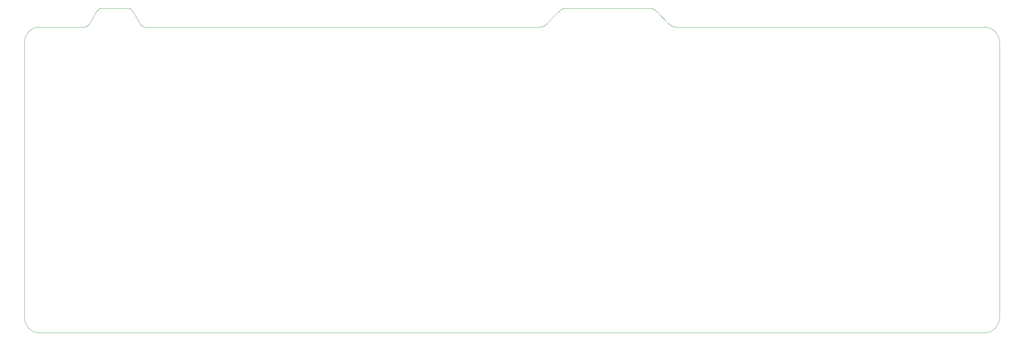
<source format=gm1>
G04 #@! TF.GenerationSoftware,KiCad,Pcbnew,(5.1.2)-1*
G04 #@! TF.CreationDate,2021-05-25T07:10:53-07:00*
G04 #@! TF.ProjectId,theboulevard,74686562-6f75-46c6-9576-6172642e6b69,rev?*
G04 #@! TF.SameCoordinates,Original*
G04 #@! TF.FileFunction,Profile,NP*
%FSLAX46Y46*%
G04 Gerber Fmt 4.6, Leading zero omitted, Abs format (unit mm)*
G04 Created by KiCad (PCBNEW (5.1.2)-1) date 2021-05-25 07:10:53*
%MOMM*%
%LPD*%
G04 APERTURE LIST*
%ADD10C,0.050000*%
G04 APERTURE END LIST*
D10*
X45000000Y-16000000D02*
X44950901Y-15998314D01*
X44950901Y-15998314D02*
X44903257Y-15995897D01*
X44903257Y-15995897D02*
X44856045Y-15992697D01*
X44856045Y-15992697D02*
X44809609Y-15988723D01*
X44809609Y-15988723D02*
X44764261Y-15984005D01*
X44764261Y-15984005D02*
X44719070Y-15978433D01*
X44719070Y-15978433D02*
X44671424Y-15971569D01*
X44671424Y-15971569D02*
X44628480Y-15964448D01*
X44628480Y-15964448D02*
X44585458Y-15956383D01*
X44585458Y-15956383D02*
X44543243Y-15947506D01*
X44543243Y-15947506D02*
X44502632Y-15938011D01*
X44502632Y-15938011D02*
X44461998Y-15927518D01*
X44461998Y-15927518D02*
X44421400Y-15915984D01*
X44421400Y-15915984D02*
X44383112Y-15904086D01*
X44383112Y-15904086D02*
X44344847Y-15891146D01*
X44344847Y-15891146D02*
X44307827Y-15877570D01*
X44307827Y-15877570D02*
X44271095Y-15863011D01*
X44271095Y-15863011D02*
X44235120Y-15847638D01*
X44235120Y-15847638D02*
X44200113Y-15831560D01*
X44200113Y-15831560D02*
X44166255Y-15814898D01*
X44166255Y-15814898D02*
X44133089Y-15797457D01*
X44133089Y-15797457D02*
X44100801Y-15779354D01*
X44100801Y-15779354D02*
X44068983Y-15760371D01*
X44068983Y-15760371D02*
X44033113Y-15737530D01*
X44033113Y-15737530D02*
X44003084Y-15717176D01*
X44003084Y-15717176D02*
X43971344Y-15694371D01*
X43971344Y-15694371D02*
X43941870Y-15671948D01*
X43941870Y-15671948D02*
X43913170Y-15648908D01*
X43913170Y-15648908D02*
X43885706Y-15625696D01*
X43885706Y-15625696D02*
X43857963Y-15601046D01*
X43857963Y-15601046D02*
X43826712Y-15571775D01*
X43826712Y-15571775D02*
X43800893Y-15546348D01*
X43800893Y-15546348D02*
X43775382Y-15520084D01*
X43775382Y-15520084D02*
X43750743Y-15493619D01*
X43750743Y-15493619D02*
X43726928Y-15466990D01*
X43726928Y-15466990D02*
X43701941Y-15437927D01*
X43701941Y-15437927D02*
X43677753Y-15408692D01*
X43677753Y-15408692D02*
X43652847Y-15377452D01*
X43652847Y-15377452D02*
X43631045Y-15349166D01*
X43631045Y-15349166D02*
X43608954Y-15319626D01*
X43608954Y-15319626D02*
X43587462Y-15290055D01*
X43587462Y-15290055D02*
X43565270Y-15258693D01*
X43565270Y-15258693D02*
X43544364Y-15228408D01*
X43544364Y-15228408D02*
X43524061Y-15198353D01*
X43524061Y-15198353D02*
X43503713Y-15167635D01*
X43503713Y-15167635D02*
X43482931Y-15135702D01*
X43482931Y-15135702D02*
X43463254Y-15104996D01*
X43463254Y-15104996D02*
X43442246Y-15071778D01*
X43442246Y-15071778D02*
X43421319Y-15038309D01*
X43421319Y-15038309D02*
X43400435Y-15004610D01*
X43400435Y-15004610D02*
X43397590Y-15000000D01*
X28495000Y-16000000D02*
X28546484Y-15998211D01*
X28546484Y-15998211D02*
X28594745Y-15995719D01*
X28594745Y-15995719D02*
X28644826Y-15992242D01*
X28644826Y-15992242D02*
X28690814Y-15988203D01*
X28690814Y-15988203D02*
X28736979Y-15983292D01*
X28736979Y-15983292D02*
X28782941Y-15977496D01*
X28782941Y-15977496D02*
X28826592Y-15971108D01*
X28826592Y-15971108D02*
X28869768Y-15963887D01*
X28869768Y-15963887D02*
X28911887Y-15955935D01*
X28911887Y-15955935D02*
X28953796Y-15947077D01*
X28953796Y-15947077D02*
X28996788Y-15936955D01*
X28996788Y-15936955D02*
X29036560Y-15926597D01*
X29036560Y-15926597D02*
X29075833Y-15915380D01*
X29075833Y-15915380D02*
X29115828Y-15902881D01*
X29115828Y-15902881D02*
X29153307Y-15890125D01*
X29153307Y-15890125D02*
X29190755Y-15876316D01*
X29190755Y-15876316D02*
X29227892Y-15861504D01*
X29227892Y-15861504D02*
X29263583Y-15846160D01*
X29263583Y-15846160D02*
X29298542Y-15830016D01*
X29298542Y-15830016D02*
X29332567Y-15813184D01*
X29332567Y-15813184D02*
X29365888Y-15795563D01*
X29365888Y-15795563D02*
X29397926Y-15777508D01*
X29397926Y-15777508D02*
X29429704Y-15758459D01*
X29429704Y-15758459D02*
X29461395Y-15738273D01*
X29461395Y-15738273D02*
X29492600Y-15717176D01*
X29492600Y-15717176D02*
X29522074Y-15696079D01*
X29522074Y-15696079D02*
X29551130Y-15674111D01*
X29551130Y-15674111D02*
X29579609Y-15651405D01*
X29579609Y-15651405D02*
X29607028Y-15628397D01*
X29607028Y-15628397D02*
X29637950Y-15601046D01*
X29637950Y-15601046D02*
X29669565Y-15571476D01*
X29669565Y-15571476D02*
X29695423Y-15546043D01*
X29695423Y-15546043D02*
X29721862Y-15518835D01*
X29721862Y-15518835D02*
X29746514Y-15492346D01*
X29746514Y-15492346D02*
X29770629Y-15465372D01*
X29770629Y-15465372D02*
X29794239Y-15437927D01*
X29794239Y-15437927D02*
X29819146Y-15407854D01*
X29819146Y-15407854D02*
X29843412Y-15377452D01*
X29843412Y-15377452D02*
X29865376Y-15348992D01*
X29865376Y-15348992D02*
X29887370Y-15319626D01*
X29887370Y-15319626D02*
X29908639Y-15290409D01*
X29908639Y-15290409D02*
X29931112Y-15258693D01*
X29931112Y-15258693D02*
X29953035Y-15226958D01*
X29953035Y-15226958D02*
X29974697Y-15194873D01*
X29974697Y-15194873D02*
X29994678Y-15164677D01*
X29994678Y-15164677D02*
X30014498Y-15134210D01*
X30014498Y-15134210D02*
X30035142Y-15101987D01*
X30035142Y-15101987D02*
X30056149Y-15068745D01*
X30056149Y-15068745D02*
X30077078Y-15035255D01*
X30077078Y-15035255D02*
X30097966Y-15001537D01*
X30097966Y-15001537D02*
X30098916Y-15000000D01*
X182778964Y-15000000D02*
X182808727Y-15031407D01*
X182808727Y-15031407D02*
X182837425Y-15061675D01*
X182837425Y-15061675D02*
X182863715Y-15089244D01*
X182863715Y-15089244D02*
X182889703Y-15116247D01*
X182889703Y-15116247D02*
X182916556Y-15143807D01*
X182916556Y-15143807D02*
X182943674Y-15171218D01*
X182943674Y-15171218D02*
X182970374Y-15197744D01*
X182970374Y-15197744D02*
X182997247Y-15223940D01*
X182997247Y-15223940D02*
X183022859Y-15248409D01*
X183022859Y-15248409D02*
X183051391Y-15275081D01*
X183051391Y-15275081D02*
X183077847Y-15299238D01*
X183077847Y-15299238D02*
X183105060Y-15323509D01*
X183105060Y-15323509D02*
X183134632Y-15349208D01*
X183134632Y-15349208D02*
X183161852Y-15372246D01*
X183161852Y-15372246D02*
X183189810Y-15395295D01*
X183189810Y-15395295D02*
X183221956Y-15421032D01*
X183221956Y-15421032D02*
X183251541Y-15444010D01*
X183251541Y-15444010D02*
X183280115Y-15465564D01*
X183280115Y-15465564D02*
X183309415Y-15487028D01*
X183309415Y-15487028D02*
X183339451Y-15508374D01*
X183339451Y-15508374D02*
X183370245Y-15529584D01*
X183370245Y-15529584D02*
X183401309Y-15550304D01*
X183401309Y-15550304D02*
X183432118Y-15570194D01*
X183432118Y-15570194D02*
X183463132Y-15589574D01*
X183463132Y-15589574D02*
X183494329Y-15608434D01*
X183494329Y-15608434D02*
X183526783Y-15627394D01*
X183526783Y-15627394D02*
X183559984Y-15646114D01*
X183559984Y-15646114D02*
X183595087Y-15665186D01*
X183595087Y-15665186D02*
X183629256Y-15683055D01*
X183629256Y-15683055D02*
X183662990Y-15700047D01*
X183662990Y-15700047D02*
X183701421Y-15718635D01*
X183701421Y-15718635D02*
X183735756Y-15734578D01*
X183735756Y-15734578D02*
X183771111Y-15750352D01*
X183771111Y-15750352D02*
X183809805Y-15766892D01*
X183809805Y-15766892D02*
X183846686Y-15781976D01*
X183846686Y-15781976D02*
X183883643Y-15796444D01*
X183883643Y-15796444D02*
X183922716Y-15811055D01*
X183922716Y-15811055D02*
X183959767Y-15824280D01*
X183959767Y-15824280D02*
X183998240Y-15837381D01*
X183998240Y-15837381D02*
X184036717Y-15849862D01*
X184036717Y-15849862D02*
X184077411Y-15862403D01*
X184077411Y-15862403D02*
X184117746Y-15874184D01*
X184117746Y-15874184D02*
X184157288Y-15885126D01*
X184157288Y-15885126D02*
X184201480Y-15896663D01*
X184201480Y-15896663D02*
X184246533Y-15907697D01*
X184246533Y-15907697D02*
X184288772Y-15917394D01*
X184288772Y-15917394D02*
X184330920Y-15926460D01*
X184330920Y-15926460D02*
X184373797Y-15935081D01*
X184373797Y-15935081D02*
X184423023Y-15944248D01*
X184423023Y-15944248D02*
X184467037Y-15951806D01*
X184467037Y-15951806D02*
X184510895Y-15958752D01*
X184510895Y-15958752D02*
X184554561Y-15965104D01*
X184554561Y-15965104D02*
X184600306Y-15971172D01*
X184600306Y-15971172D02*
X184646799Y-15976742D01*
X184646799Y-15976742D02*
X184692141Y-15981609D01*
X184692141Y-15981609D02*
X184738186Y-15985995D01*
X184738186Y-15985995D02*
X184784939Y-15989891D01*
X184784939Y-15989891D02*
X184832407Y-15993288D01*
X184832407Y-15993288D02*
X184880599Y-15996175D01*
X184880599Y-15996175D02*
X184929518Y-15998543D01*
X184929518Y-15998543D02*
X184985434Y-16000572D01*
X184985434Y-16000572D02*
X185035925Y-16001803D01*
X185035925Y-16001803D02*
X185087169Y-16002482D01*
X185087169Y-16002482D02*
X185140263Y-16002600D01*
X185140263Y-16002600D02*
X185193043Y-16002136D01*
X185193043Y-16002136D02*
X185243224Y-16001175D01*
X185243224Y-16001175D02*
X185285000Y-16000000D01*
X148285000Y-16000000D02*
X148336861Y-16001408D01*
X148336861Y-16001408D02*
X148386905Y-16002265D01*
X148386905Y-16002265D02*
X148442808Y-16002625D01*
X148442808Y-16002625D02*
X148499989Y-16002318D01*
X148499989Y-16002318D02*
X148550452Y-16001465D01*
X148550452Y-16001465D02*
X148605377Y-15999900D01*
X148605377Y-15999900D02*
X148658904Y-15997717D01*
X148658904Y-15997717D02*
X148709562Y-15995036D01*
X148709562Y-15995036D02*
X148757451Y-15991935D01*
X148757451Y-15991935D02*
X148804620Y-15988328D01*
X148804620Y-15988328D02*
X148851077Y-15984226D01*
X148851077Y-15984226D02*
X148896827Y-15979639D01*
X148896827Y-15979639D02*
X148941878Y-15974576D01*
X148941878Y-15974576D02*
X148987612Y-15968864D01*
X148987612Y-15968864D02*
X149037125Y-15962017D01*
X149037125Y-15962017D02*
X149083551Y-15954951D01*
X149083551Y-15954951D02*
X149129190Y-15947373D01*
X149129190Y-15947373D02*
X149174054Y-15939301D01*
X149174054Y-15939301D02*
X149219404Y-15930489D01*
X149219404Y-15930489D02*
X149261477Y-15921714D01*
X149261477Y-15921714D02*
X149302434Y-15912601D01*
X149302434Y-15912601D02*
X149346691Y-15902097D01*
X149346691Y-15902097D02*
X149390128Y-15891110D01*
X149390128Y-15891110D02*
X149430450Y-15880289D01*
X149430450Y-15880289D02*
X149471564Y-15868621D01*
X149471564Y-15868621D02*
X149510433Y-15856983D01*
X149510433Y-15856983D02*
X149550786Y-15844258D01*
X149550786Y-15844258D02*
X149588583Y-15831726D01*
X149588583Y-15831726D02*
X149627087Y-15818335D01*
X149627087Y-15818335D02*
X149669995Y-15802644D01*
X149669995Y-15802644D02*
X149706260Y-15788727D01*
X149706260Y-15788727D02*
X149742496Y-15774209D01*
X149742496Y-15774209D02*
X149780281Y-15758393D01*
X149780281Y-15758393D02*
X149817279Y-15742222D01*
X149817279Y-15742222D02*
X149854119Y-15725422D01*
X149854119Y-15725422D02*
X149888957Y-15708873D01*
X149888957Y-15708873D02*
X149922476Y-15692330D01*
X149922476Y-15692330D02*
X149956467Y-15674912D01*
X149956467Y-15674912D02*
X149989443Y-15657378D01*
X149989443Y-15657378D02*
X150022826Y-15638970D01*
X150022826Y-15638970D02*
X150055738Y-15620155D01*
X150055738Y-15620155D02*
X150087908Y-15601107D01*
X150087908Y-15601107D02*
X150119352Y-15581845D01*
X150119352Y-15581845D02*
X150150587Y-15562063D01*
X150150587Y-15562063D02*
X150181593Y-15541774D01*
X150181593Y-15541774D02*
X150213315Y-15520324D01*
X150213315Y-15520324D02*
X150243776Y-15499052D01*
X150243776Y-15499052D02*
X150273486Y-15477651D01*
X150273486Y-15477651D02*
X150304253Y-15454797D01*
X150304253Y-15454797D02*
X150333558Y-15432359D01*
X150333558Y-15432359D02*
X150362111Y-15409862D01*
X150362111Y-15409862D02*
X150390341Y-15386990D01*
X150390341Y-15386990D02*
X150417831Y-15364114D01*
X150417831Y-15364114D02*
X150446358Y-15339732D01*
X150446358Y-15339732D02*
X150475608Y-15314057D01*
X150475608Y-15314057D02*
X150502524Y-15289827D01*
X150502524Y-15289827D02*
X150528688Y-15265723D01*
X150528688Y-15265723D02*
X150555520Y-15240451D01*
X150555520Y-15240451D02*
X150581570Y-15215395D01*
X150581570Y-15215395D02*
X150607520Y-15189944D01*
X150607520Y-15189944D02*
X150633340Y-15164164D01*
X150633340Y-15164164D02*
X150658385Y-15138757D01*
X150658385Y-15138757D02*
X150685077Y-15111295D01*
X150685077Y-15111295D02*
X150709757Y-15085608D01*
X150709757Y-15085608D02*
X150734251Y-15059902D01*
X150734251Y-15059902D02*
X150761269Y-15031407D01*
X150761269Y-15031407D02*
X150787899Y-15003302D01*
X150787899Y-15003302D02*
X150791036Y-15000000D01*
X179760855Y-12000000D02*
X179735313Y-11973313D01*
X179735313Y-11973313D02*
X179710033Y-11947282D01*
X179710033Y-11947282D02*
X179683787Y-11920645D01*
X179683787Y-11920645D02*
X179657110Y-11893963D01*
X179657110Y-11893963D02*
X179630923Y-11868148D01*
X179630923Y-11868148D02*
X179604155Y-11842130D01*
X179604155Y-11842130D02*
X179574957Y-11814173D01*
X179574957Y-11814173D02*
X179548148Y-11788879D01*
X179548148Y-11788879D02*
X179521730Y-11764301D01*
X179521730Y-11764301D02*
X179493648Y-11738545D01*
X179493648Y-11738545D02*
X179466741Y-11714217D01*
X179466741Y-11714217D02*
X179440082Y-11690448D01*
X179440082Y-11690448D02*
X179412546Y-11666245D01*
X179412546Y-11666245D02*
X179381055Y-11638989D01*
X179381055Y-11638989D02*
X179353301Y-11615344D01*
X179353301Y-11615344D02*
X179322374Y-11589402D01*
X179322374Y-11589402D02*
X179294469Y-11566368D01*
X179294469Y-11566368D02*
X179266511Y-11543640D01*
X179266511Y-11543640D02*
X179238126Y-11520925D01*
X179238126Y-11520925D02*
X179207380Y-11496729D01*
X179207380Y-11496729D02*
X179176231Y-11472652D01*
X179176231Y-11472652D02*
X179145086Y-11449019D01*
X179145086Y-11449019D02*
X179116295Y-11427568D01*
X179116295Y-11427568D02*
X179085984Y-11405404D01*
X179085984Y-11405404D02*
X179054174Y-11382606D01*
X179054174Y-11382606D02*
X179023991Y-11361421D01*
X179023991Y-11361421D02*
X178993125Y-11340215D01*
X178993125Y-11340215D02*
X178960067Y-11318025D01*
X178960067Y-11318025D02*
X178929447Y-11297967D01*
X178929447Y-11297967D02*
X178897455Y-11277532D01*
X178897455Y-11277532D02*
X178865648Y-11257756D01*
X178865648Y-11257756D02*
X178834045Y-11238660D01*
X178834045Y-11238660D02*
X178801178Y-11219404D01*
X178801178Y-11219404D02*
X178768580Y-11200937D01*
X178768580Y-11200937D02*
X178733356Y-11181718D01*
X178733356Y-11181718D02*
X178699958Y-11164234D01*
X178699958Y-11164234D02*
X178665509Y-11146993D01*
X178665509Y-11146993D02*
X178631503Y-11130806D01*
X178631503Y-11130806D02*
X178596586Y-11115097D01*
X178596586Y-11115097D02*
X178560853Y-11100040D01*
X178560853Y-11100040D02*
X178524414Y-11085828D01*
X178524414Y-11085828D02*
X178487396Y-11072664D01*
X178487396Y-11072664D02*
X178448654Y-11060393D01*
X178448654Y-11060393D02*
X178408450Y-11049455D01*
X178408450Y-11049455D02*
X178367081Y-11040346D01*
X178367081Y-11040346D02*
X178323738Y-11033468D01*
X178323738Y-11033468D02*
X178285000Y-11030000D01*
X153810000Y-12000000D02*
X153834829Y-11974043D01*
X153834829Y-11974043D02*
X153860810Y-11947282D01*
X153860810Y-11947282D02*
X153887052Y-11920645D01*
X153887052Y-11920645D02*
X153912096Y-11895581D01*
X153912096Y-11895581D02*
X153937715Y-11870293D01*
X153937715Y-11870293D02*
X153963354Y-11845330D01*
X153963354Y-11845330D02*
X153989184Y-11820525D01*
X153989184Y-11820525D02*
X154015936Y-11795185D01*
X154015936Y-11795185D02*
X154043615Y-11769343D01*
X154043615Y-11769343D02*
X154071084Y-11744057D01*
X154071084Y-11744057D02*
X154098708Y-11718996D01*
X154098708Y-11718996D02*
X154126089Y-11694508D01*
X154126089Y-11694508D02*
X154153208Y-11670595D01*
X154153208Y-11670595D02*
X154181396Y-11646101D01*
X154181396Y-11646101D02*
X154210454Y-11621228D01*
X154210454Y-11621228D02*
X154238249Y-11597795D01*
X154238249Y-11597795D02*
X154266887Y-11574011D01*
X154266887Y-11574011D02*
X154295585Y-11550551D01*
X154295585Y-11550551D02*
X154325882Y-11526185D01*
X154325882Y-11526185D02*
X154354656Y-11503424D01*
X154354656Y-11503424D02*
X154388117Y-11477433D01*
X154388117Y-11477433D02*
X154419238Y-11453710D01*
X154419238Y-11453710D02*
X154449568Y-11431020D01*
X154449568Y-11431020D02*
X154481415Y-11407656D01*
X154481415Y-11407656D02*
X154512430Y-11385358D01*
X154512430Y-11385358D02*
X154542600Y-11364109D01*
X154542600Y-11364109D02*
X154573454Y-11342836D01*
X154573454Y-11342836D02*
X154604968Y-11321593D01*
X154604968Y-11321593D02*
X154638640Y-11299452D01*
X154638640Y-11299452D02*
X154671376Y-11278491D01*
X154671376Y-11278491D02*
X154704674Y-11257756D01*
X154704674Y-11257756D02*
X154736252Y-11238660D01*
X154736252Y-11238660D02*
X154769093Y-11219404D01*
X154769093Y-11219404D02*
X154801666Y-11200937D01*
X154801666Y-11200937D02*
X154836861Y-11181718D01*
X154836861Y-11181718D02*
X154870235Y-11164234D01*
X154870235Y-11164234D02*
X154904657Y-11146993D01*
X154904657Y-11146993D02*
X154938640Y-11130806D01*
X154938640Y-11130806D02*
X154973535Y-11115097D01*
X154973535Y-11115097D02*
X155009245Y-11100040D01*
X155009245Y-11100040D02*
X155045660Y-11085828D01*
X155045660Y-11085828D02*
X155082658Y-11072664D01*
X155082658Y-11072664D02*
X155121380Y-11060393D01*
X155121380Y-11060393D02*
X155161567Y-11049455D01*
X155161567Y-11049455D02*
X155202925Y-11040346D01*
X155202925Y-11040346D02*
X155246259Y-11033468D01*
X155246259Y-11033468D02*
X155285000Y-11030000D01*
X40647500Y-11030000D02*
X40689380Y-11038344D01*
X40689380Y-11038344D02*
X40723744Y-11054016D01*
X40723744Y-11054016D02*
X40756044Y-11072909D01*
X40756044Y-11072909D02*
X40786541Y-11093384D01*
X40786541Y-11093384D02*
X40816585Y-11115501D01*
X40816585Y-11115501D02*
X40844746Y-11137676D01*
X40844746Y-11137676D02*
X40872736Y-11160900D01*
X40872736Y-11160900D02*
X40900782Y-11185208D01*
X40900782Y-11185208D02*
X40927283Y-11209033D01*
X40927283Y-11209033D02*
X40953455Y-11233305D01*
X40953455Y-11233305D02*
X40980183Y-11258800D01*
X40980183Y-11258800D02*
X41007922Y-11285961D01*
X41007922Y-11285961D02*
X41034571Y-11312695D01*
X41034571Y-11312695D02*
X41059496Y-11338234D01*
X41059496Y-11338234D02*
X41084686Y-11364557D01*
X41084686Y-11364557D02*
X41109576Y-11391055D01*
X41109576Y-11391055D02*
X41137867Y-11421744D01*
X41137867Y-11421744D02*
X41163111Y-11449634D01*
X41163111Y-11449634D02*
X41187382Y-11476895D01*
X41187382Y-11476895D02*
X41211179Y-11504044D01*
X41211179Y-11504044D02*
X41235010Y-11531650D01*
X41235010Y-11531650D02*
X41258848Y-11559680D01*
X41258848Y-11559680D02*
X41284281Y-11590056D01*
X41284281Y-11590056D02*
X41306957Y-11617549D01*
X41306957Y-11617549D02*
X41329557Y-11645345D01*
X41329557Y-11645345D02*
X41355788Y-11678115D01*
X41355788Y-11678115D02*
X41379191Y-11707821D01*
X41379191Y-11707821D02*
X41402677Y-11738102D01*
X41402677Y-11738102D02*
X41425435Y-11767903D01*
X41425435Y-11767903D02*
X41450278Y-11800979D01*
X41450278Y-11800979D02*
X41472771Y-11831441D01*
X41472771Y-11831441D02*
X41494088Y-11860788D01*
X41494088Y-11860788D02*
X41516832Y-11892644D01*
X41516832Y-11892644D02*
X41538342Y-11923326D01*
X41538342Y-11923326D02*
X41559466Y-11954015D01*
X41559466Y-11954015D02*
X41580171Y-11984681D01*
X41580171Y-11984681D02*
X41590361Y-12000000D01*
X31910663Y-12000000D02*
X31932079Y-11967958D01*
X31932079Y-11967958D02*
X31952990Y-11937276D01*
X31952990Y-11937276D02*
X31974287Y-11906588D01*
X31974287Y-11906588D02*
X31995446Y-11876621D01*
X31995446Y-11876621D02*
X32017922Y-11845324D01*
X32017922Y-11845324D02*
X32041731Y-11812732D01*
X32041731Y-11812732D02*
X32064039Y-11782695D01*
X32064039Y-11782695D02*
X32085540Y-11754180D01*
X32085540Y-11754180D02*
X32108541Y-11724125D01*
X32108541Y-11724125D02*
X32131722Y-11694287D01*
X32131722Y-11694287D02*
X32155059Y-11664697D01*
X32155059Y-11664697D02*
X32180657Y-11632735D01*
X32180657Y-11632735D02*
X32204220Y-11603764D01*
X32204220Y-11603764D02*
X32227844Y-11575138D01*
X32227844Y-11575138D02*
X32251503Y-11546888D01*
X32251503Y-11546888D02*
X32275169Y-11519047D01*
X32275169Y-11519047D02*
X32298812Y-11491646D01*
X32298812Y-11491646D02*
X32322401Y-11464715D01*
X32322401Y-11464715D02*
X32350171Y-11433538D01*
X32350171Y-11433538D02*
X32375664Y-11405429D01*
X32375664Y-11405429D02*
X32400978Y-11378002D01*
X32400978Y-11378002D02*
X32426080Y-11351300D01*
X32426080Y-11351300D02*
X32451444Y-11324830D01*
X32451444Y-11324830D02*
X32477523Y-11298176D01*
X32477523Y-11298176D02*
X32503730Y-11271988D01*
X32503730Y-11271988D02*
X32529989Y-11246375D01*
X32529989Y-11246375D02*
X32556229Y-11221461D01*
X32556229Y-11221461D02*
X32582833Y-11196944D01*
X32582833Y-11196944D02*
X32609670Y-11173035D01*
X32609670Y-11173035D02*
X32637917Y-11148860D01*
X32637917Y-11148860D02*
X32665566Y-11126308D01*
X32665566Y-11126308D02*
X32694088Y-11104370D01*
X32694088Y-11104370D02*
X32725343Y-11082177D01*
X32725343Y-11082177D02*
X32756580Y-11062414D01*
X32756580Y-11062414D02*
X32789539Y-11045067D01*
X32789539Y-11045067D02*
X32826962Y-11032053D01*
X32826962Y-11032053D02*
X32847500Y-11030000D01*
X266110000Y-16000000D02*
G75*
G02X270110000Y-20000000I0J-4000000D01*
G01*
X270110000Y-92755000D02*
G75*
G02X266110000Y-96755000I-4000000J0D01*
G01*
X16935000Y-96755000D02*
G75*
G02X12935000Y-92755000I0J4000000D01*
G01*
X12935000Y-20000000D02*
G75*
G02X16935000Y-16000000I4000000J0D01*
G01*
X28495000Y-16000000D02*
X16935000Y-16000000D01*
X31910663Y-12000000D02*
X30098916Y-15000000D01*
X40647500Y-11030000D02*
X32847500Y-11030000D01*
X43397590Y-15000000D02*
X41590361Y-12000000D01*
X148285000Y-16000000D02*
X45000000Y-16000000D01*
X153809145Y-12000000D02*
X150791036Y-15000000D01*
X178285000Y-11030000D02*
X155285000Y-11030000D01*
X182778964Y-15000000D02*
X179760855Y-12000000D01*
X185285000Y-16000000D02*
X266110000Y-16000000D01*
X270110000Y-92755000D02*
X270110000Y-20000000D01*
X16935000Y-96755000D02*
X266110000Y-96755000D01*
X12935000Y-20000000D02*
X12935000Y-92755000D01*
M02*

</source>
